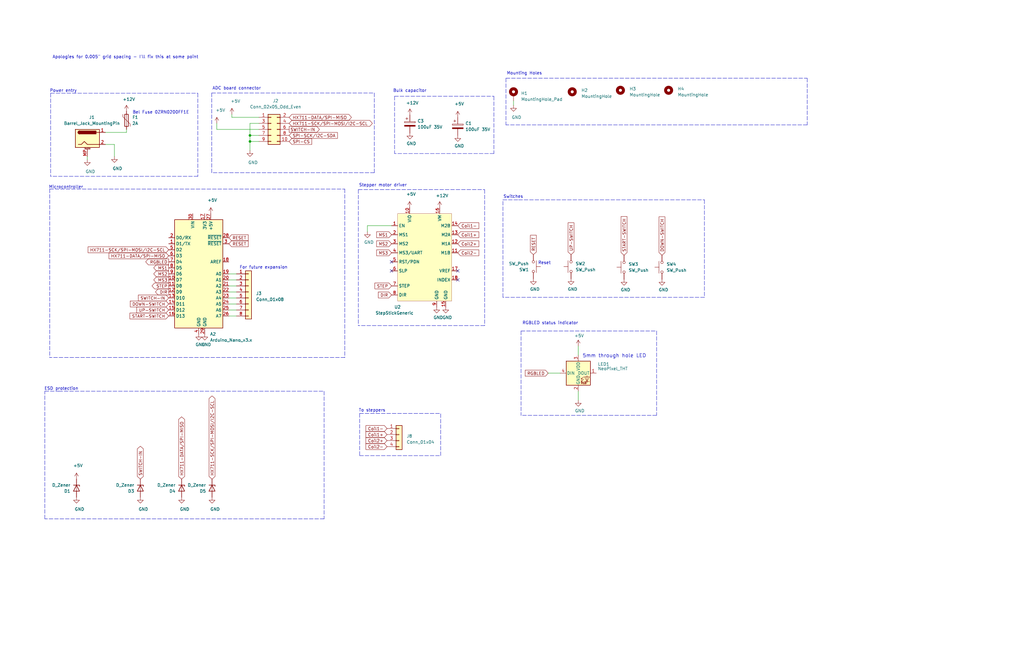
<source format=kicad_sch>
(kicad_sch (version 20231120) (generator "eeschema") (generator_version "8.0")
  (paper "B")
  (lib_symbols
    (symbol "Connector:Barrel_Jack_MountingPin" (pin_names hide)
      (property "Reference" "J" (at 0 5.334 0))
      (property "Value" "Barrel_Jack_MountingPin" (at 1.27 -6.35 0))
      (symbol "Barrel_Jack_MountingPin_0_1"
        (rectangle (start -5.08 3.81) (end 5.08 -3.81) (stroke (width 0.254)) (fill (type background)))
        (arc (start -3.302 3.175) (mid -3.9342 2.54) (end -3.302 1.905) (stroke (width 0.254)))
        (arc (start -3.302 3.175) (mid -3.9342 2.54) (end -3.302 1.905) (stroke (width 0.254)) (fill (type outline)))
        (polyline (pts (xy 5.08 2.54) (xy 3.81 2.54)) (stroke (width 0.254)))
        (polyline (pts (xy -3.81 -2.54) (xy -2.54 -2.54) (xy -1.27 -1.27) (xy 0 -2.54) (xy 2.54 -2.54) (xy 5.08 -2.54)) (stroke (width 0.254)))
        (rectangle (start 3.683 3.175) (end -3.302 1.905) (stroke (width 0.254)) (fill (type outline)))
      )
      (symbol "Barrel_Jack_MountingPin_1_1"
        (polyline (pts (xy -1.016 -4.572) (xy 1.016 -4.572)) (stroke (width 0.1524)))
        (text "Mounting" (at 0 -4.191 0) (effects (font (size 0.381 0.381))))
        (pin passive line (at 7.62 2.54 180) (length 2.54) (name "~") (number "1"))
        (pin passive line (at 7.62 -2.54 180) (length 2.54) (name "~") (number "2"))
        (pin passive line (at 0 -7.62 90) (length 3.048) (name "MountPin") (number "MP"))
      )
    )
    (symbol "Connector_Generic:Conn_01x04" (pin_names (offset 1.016) hide)
      (property "Reference" "J" (at 0 5.08 0))
      (property "Value" "Conn_01x04" (at 0 -7.62 0))
      (symbol "Conn_01x04_1_1"
        (rectangle (start -1.27 -4.953) (end 0 -5.207) (stroke (width 0.1524)))
        (rectangle (start -1.27 -2.413) (end 0 -2.667) (stroke (width 0.1524)))
        (rectangle (start -1.27 0.127) (end 0 -0.127) (stroke (width 0.1524)))
        (rectangle (start -1.27 2.667) (end 0 2.413) (stroke (width 0.1524)))
        (rectangle (start -1.27 3.81) (end 1.27 -6.35) (stroke (width 0.254)) (fill (type background)))
        (pin passive line (at -5.08 2.54 0) (length 3.81) (name "Pin_1") (number "1"))
        (pin passive line (at -5.08 0 0) (length 3.81) (name "Pin_2") (number "2"))
        (pin passive line (at -5.08 -2.54 0) (length 3.81) (name "Pin_3") (number "3"))
        (pin passive line (at -5.08 -5.08 0) (length 3.81) (name "Pin_4") (number "4"))
      )
    )
    (symbol "Connector_Generic:Conn_01x08" (pin_names (offset 1.016) hide)
      (property "Reference" "J" (at 0 10.16 0))
      (property "Value" "Conn_01x08" (at 0 -12.7 0))
      (symbol "Conn_01x08_1_1"
        (rectangle (start -1.27 -10.033) (end 0 -10.287) (stroke (width 0.1524)))
        (rectangle (start -1.27 -7.493) (end 0 -7.747) (stroke (width 0.1524)))
        (rectangle (start -1.27 -4.953) (end 0 -5.207) (stroke (width 0.1524)))
        (rectangle (start -1.27 -2.413) (end 0 -2.667) (stroke (width 0.1524)))
        (rectangle (start -1.27 0.127) (end 0 -0.127) (stroke (width 0.1524)))
        (rectangle (start -1.27 2.667) (end 0 2.413) (stroke (width 0.1524)))
        (rectangle (start -1.27 5.207) (end 0 4.953) (stroke (width 0.1524)))
        (rectangle (start -1.27 7.747) (end 0 7.493) (stroke (width 0.1524)))
        (rectangle (start -1.27 8.89) (end 1.27 -11.43) (stroke (width 0.254)) (fill (type background)))
        (pin passive line (at -5.08 7.62 0) (length 3.81) (name "Pin_1") (number "1"))
        (pin passive line (at -5.08 5.08 0) (length 3.81) (name "Pin_2") (number "2"))
        (pin passive line (at -5.08 2.54 0) (length 3.81) (name "Pin_3") (number "3"))
        (pin passive line (at -5.08 0 0) (length 3.81) (name "Pin_4") (number "4"))
        (pin passive line (at -5.08 -2.54 0) (length 3.81) (name "Pin_5") (number "5"))
        (pin passive line (at -5.08 -5.08 0) (length 3.81) (name "Pin_6") (number "6"))
        (pin passive line (at -5.08 -7.62 0) (length 3.81) (name "Pin_7") (number "7"))
        (pin passive line (at -5.08 -10.16 0) (length 3.81) (name "Pin_8") (number "8"))
      )
    )
    (symbol "Connector_Generic:Conn_02x05_Odd_Even" (pin_names (offset 1.016) hide)
      (property "Reference" "J" (at 1.27 7.62 0))
      (property "Value" "Conn_02x05_Odd_Even" (at 1.27 -7.62 0))
      (symbol "Conn_02x05_Odd_Even_1_1"
        (rectangle (start -1.27 -4.953) (end 0 -5.207) (stroke (width 0.1524)))
        (rectangle (start -1.27 -2.413) (end 0 -2.667) (stroke (width 0.1524)))
        (rectangle (start -1.27 0.127) (end 0 -0.127) (stroke (width 0.1524)))
        (rectangle (start -1.27 2.667) (end 0 2.413) (stroke (width 0.1524)))
        (rectangle (start -1.27 5.207) (end 0 4.953) (stroke (width 0.1524)))
        (rectangle (start -1.27 6.35) (end 3.81 -6.35) (stroke (width 0.254)) (fill (type background)))
        (rectangle (start 3.81 -4.953) (end 2.54 -5.207) (stroke (width 0.1524)))
        (rectangle (start 3.81 -2.413) (end 2.54 -2.667) (stroke (width 0.1524)))
        (rectangle (start 3.81 0.127) (end 2.54 -0.127) (stroke (width 0.1524)))
        (rectangle (start 3.81 2.667) (end 2.54 2.413) (stroke (width 0.1524)))
        (rectangle (start 3.81 5.207) (end 2.54 4.953) (stroke (width 0.1524)))
        (pin passive line (at -5.08 5.08 0) (length 3.81) (name "Pin_1") (number "1"))
        (pin passive line (at 7.62 -5.08 180) (length 3.81) (name "Pin_10") (number "10"))
        (pin passive line (at 7.62 5.08 180) (length 3.81) (name "Pin_2") (number "2"))
        (pin passive line (at -5.08 2.54 0) (length 3.81) (name "Pin_3") (number "3"))
        (pin passive line (at 7.62 2.54 180) (length 3.81) (name "Pin_4") (number "4"))
        (pin passive line (at -5.08 0 0) (length 3.81) (name "Pin_5") (number "5"))
        (pin passive line (at 7.62 0 180) (length 3.81) (name "Pin_6") (number "6"))
        (pin passive line (at -5.08 -2.54 0) (length 3.81) (name "Pin_7") (number "7"))
        (pin passive line (at 7.62 -2.54 180) (length 3.81) (name "Pin_8") (number "8"))
        (pin passive line (at -5.08 -5.08 0) (length 3.81) (name "Pin_9") (number "9"))
      )
    )
    (symbol "Device:C_Polarized" (pin_numbers hide) (pin_names (offset 0.254))
      (property "Reference" "C" (at 0.635 2.54 0))
      (property "Value" "C_Polarized" (at 0.635 -2.54 0))
      (symbol "C_Polarized_0_1"
        (rectangle (start -2.286 0.508) (end 2.286 1.016))
        (polyline (pts (xy -1.778 2.286) (xy -0.762 2.286)))
        (polyline (pts (xy -1.27 2.794) (xy -1.27 1.778)))
        (rectangle (start 2.286 -0.508) (end -2.286 -1.016) (fill (type outline)))
      )
      (symbol "C_Polarized_1_1"
        (pin passive line (at 0 3.81 270) (length 2.794) (name "~") (number "1"))
        (pin passive line (at 0 -3.81 90) (length 2.794) (name "~") (number "2"))
      )
    )
    (symbol "Device:D_Zener" (pin_numbers hide) (pin_names (offset 1.016) hide)
      (property "Reference" "D" (at 0 2.54 0))
      (property "Value" "D_Zener" (at 0 -2.54 0))
      (symbol "D_Zener_0_1"
        (polyline (pts (xy 1.27 0) (xy -1.27 0)))
        (polyline (pts (xy -1.27 -1.27) (xy -1.27 1.27) (xy -0.762 1.27)) (stroke (width 0.254)))
        (polyline (pts (xy 1.27 -1.27) (xy 1.27 1.27) (xy -1.27 0) (xy 1.27 -1.27)) (stroke (width 0.254)))
      )
      (symbol "D_Zener_1_1"
        (pin passive line (at -3.81 0 0) (length 2.54) (name "K") (number "1"))
        (pin passive line (at 3.81 0 180) (length 2.54) (name "A") (number "2"))
      )
    )
    (symbol "Device:Polyfuse" (pin_numbers hide) (pin_names (offset 0))
      (property "Reference" "F" (at -2.54 0 90))
      (property "Value" "Polyfuse" (at 2.54 0 90))
      (symbol "Polyfuse_0_1"
        (rectangle (start -0.762 2.54) (end 0.762 -2.54) (stroke (width 0.254)))
        (polyline (pts (xy 0 2.54) (xy 0 -2.54)))
        (polyline (pts (xy -1.524 2.54) (xy -1.524 1.524) (xy 1.524 -1.524) (xy 1.524 -2.54)))
      )
      (symbol "Polyfuse_1_1"
        (pin passive line (at 0 3.81 270) (length 1.27) (name "~") (number "1"))
        (pin passive line (at 0 -3.81 90) (length 1.27) (name "~") (number "2"))
      )
    )
    (symbol "LED:NeoPixel_THT" (pin_names (offset 0.254))
      (property "Reference" "D" (at 5.08 5.715 0))
      (property "Value" "NeoPixel_THT" (at 1.27 -5.715 0))
      (symbol "NeoPixel_THT_0_0"
        (text "RGB" (at 2.286 -4.191 0) (effects (font (size 0.762 0.762))))
      )
      (symbol "NeoPixel_THT_0_1"
        (polyline (pts (xy 1.27 -3.556) (xy 1.778 -3.556)))
        (polyline (pts (xy 1.27 -2.54) (xy 1.778 -2.54)))
        (polyline (pts (xy 4.699 -3.556) (xy 2.667 -3.556)))
        (polyline (pts (xy 2.286 -2.54) (xy 1.27 -3.556) (xy 1.27 -3.048)))
        (polyline (pts (xy 2.286 -1.524) (xy 1.27 -2.54) (xy 1.27 -2.032)))
        (polyline (pts (xy 3.683 -1.016) (xy 3.683 -3.556) (xy 3.683 -4.064)))
        (polyline (pts (xy 4.699 -1.524) (xy 2.667 -1.524) (xy 3.683 -3.556) (xy 4.699 -1.524)))
        (rectangle (start 5.08 5.08) (end -5.08 -5.08) (stroke (width 0.254)) (fill (type background)))
      )
      (symbol "NeoPixel_THT_1_1"
        (pin output line (at 7.62 0 180) (length 2.54) (name "DOUT") (number "1"))
        (pin power_in line (at 0 -7.62 90) (length 2.54) (name "GND") (number "2"))
        (pin power_in line (at 0 7.62 270) (length 2.54) (name "VDD") (number "3"))
        (pin input line (at -7.62 0 0) (length 2.54) (name "DIN") (number "4"))
      )
    )
    (symbol "MCU_Module:Arduino_Nano_v3.x"
      (property "Reference" "A" (at -10.16 23.495 0))
      (property "Value" "Arduino_Nano_v3.x" (at 5.08 -24.13 0))
      (symbol "Arduino_Nano_v3.x_0_1"
        (rectangle (start -10.16 22.86) (end 10.16 -22.86) (stroke (width 0.254)) (fill (type background)))
      )
      (symbol "Arduino_Nano_v3.x_1_1"
        (pin bidirectional line (at -12.7 12.7 0) (length 2.54) (name "D1/TX") (number "1"))
        (pin bidirectional line (at -12.7 -2.54 0) (length 2.54) (name "D7") (number "10"))
        (pin bidirectional line (at -12.7 -5.08 0) (length 2.54) (name "D8") (number "11"))
        (pin bidirectional line (at -12.7 -7.62 0) (length 2.54) (name "D9") (number "12"))
        (pin bidirectional line (at -12.7 -10.16 0) (length 2.54) (name "D10") (number "13"))
        (pin bidirectional line (at -12.7 -12.7 0) (length 2.54) (name "D11") (number "14"))
        (pin bidirectional line (at -12.7 -15.24 0) (length 2.54) (name "D12") (number "15"))
        (pin bidirectional line (at -12.7 -17.78 0) (length 2.54) (name "D13") (number "16"))
        (pin power_out line (at 2.54 25.4 270) (length 2.54) (name "3V3") (number "17"))
        (pin input line (at 12.7 5.08 180) (length 2.54) (name "AREF") (number "18"))
        (pin bidirectional line (at 12.7 0 180) (length 2.54) (name "A0") (number "19"))
        (pin bidirectional line (at -12.7 15.24 0) (length 2.54) (name "D0/RX") (number "2"))
        (pin bidirectional line (at 12.7 -2.54 180) (length 2.54) (name "A1") (number "20"))
        (pin bidirectional line (at 12.7 -5.08 180) (length 2.54) (name "A2") (number "21"))
        (pin bidirectional line (at 12.7 -7.62 180) (length 2.54) (name "A3") (number "22"))
        (pin bidirectional line (at 12.7 -10.16 180) (length 2.54) (name "A4") (number "23"))
        (pin bidirectional line (at 12.7 -12.7 180) (length 2.54) (name "A5") (number "24"))
        (pin bidirectional line (at 12.7 -15.24 180) (length 2.54) (name "A6") (number "25"))
        (pin bidirectional line (at 12.7 -17.78 180) (length 2.54) (name "A7") (number "26"))
        (pin power_out line (at 5.08 25.4 270) (length 2.54) (name "+5V") (number "27"))
        (pin input line (at 12.7 15.24 180) (length 2.54) (name "~{RESET}") (number "28"))
        (pin power_in line (at 2.54 -25.4 90) (length 2.54) (name "GND") (number "29"))
        (pin input line (at 12.7 12.7 180) (length 2.54) (name "~{RESET}") (number "3"))
        (pin power_in line (at -2.54 25.4 270) (length 2.54) (name "VIN") (number "30"))
        (pin power_in line (at 0 -25.4 90) (length 2.54) (name "GND") (number "4"))
        (pin bidirectional line (at -12.7 10.16 0) (length 2.54) (name "D2") (number "5"))
        (pin bidirectional line (at -12.7 7.62 0) (length 2.54) (name "D3") (number "6"))
        (pin bidirectional line (at -12.7 5.08 0) (length 2.54) (name "D4") (number "7"))
        (pin bidirectional line (at -12.7 2.54 0) (length 2.54) (name "D5") (number "8"))
        (pin bidirectional line (at -12.7 0 0) (length 2.54) (name "D6") (number "9"))
      )
    )
    (symbol "Mechanical:MountingHole" (pin_names (offset 1.016))
      (property "Reference" "H" (at 0 5.08 0))
      (property "Value" "MountingHole" (at 0 3.175 0))
      (symbol "MountingHole_0_1"
        (circle (center 0 0) (radius 1.27) (stroke (width 1.27)))
      )
    )
    (symbol "Mechanical:MountingHole_Pad" (pin_numbers hide) (pin_names (offset 1.016) hide)
      (property "Reference" "H" (at 0 6.35 0))
      (property "Value" "MountingHole_Pad" (at 0 4.445 0))
      (symbol "MountingHole_Pad_0_1"
        (circle (center 0 1.27) (radius 1.27) (stroke (width 1.27)))
      )
      (symbol "MountingHole_Pad_1_1"
        (pin input line (at 0 -2.54 90) (length 2.54) (name "1") (number "1"))
      )
    )
    (symbol "StepStick:StepStickGeneric"
      (property "Reference" "U" (at -10.16 -26.67 0))
      (property "Value" "StepStickGeneric" (at -8.89 -29.21 0))
      (symbol "StepStickGeneric_0_1"
        (rectangle (start -11.43 13.97) (end 11.43 -22.86) (stroke (width 0.001)) (fill (type background)))
      )
      (symbol "StepStickGeneric_1_1"
        (pin input line (at -13.97 8.89 0) (length 2.54) (name "EN") (number "1"))
        (pin power_in line (at -6.35 16.51 270) (length 2.54) (name "VIO") (number "10"))
        (pin output line (at 13.97 -2.54 180) (length 2.54) (name "M1B") (number "11"))
        (pin output line (at 13.97 1.27 180) (length 2.54) (name "M1A") (number "12"))
        (pin output line (at 13.97 5.08 180) (length 2.54) (name "M2A") (number "13"))
        (pin output line (at 13.97 8.89 180) (length 2.54) (name "M2B") (number "14"))
        (pin power_in line (at 8.89 -25.4 90) (length 2.54) (name "GND") (number "15"))
        (pin power_in line (at 6.35 16.51 270) (length 2.54) (name "VM") (number "16"))
        (pin output line (at 13.97 -10.16 180) (length 2.54) (name "VREF") (number "17"))
        (pin output line (at 13.97 -13.97 180) (length 2.54) (name "INDEX") (number "18"))
        (pin input line (at -13.97 5.08 0) (length 2.54) (name "MS1") (number "2"))
        (pin input line (at -13.97 1.27 0) (length 2.54) (name "MS2") (number "3"))
        (pin input line (at -13.97 -2.54 0) (length 2.54) (name "MS3/UART") (number "4"))
        (pin input line (at -13.97 -6.35 0) (length 2.54) (name "RST/PDN") (number "5"))
        (pin input line (at -13.97 -10.16 0) (length 2.54) (name "SLP") (number "6"))
        (pin input line (at -13.97 -16.51 0) (length 2.54) (name "STEP") (number "7"))
        (pin input line (at -13.97 -20.32 0) (length 2.54) (name "DIR") (number "8"))
        (pin power_in line (at 5.08 -25.4 90) (length 2.54) (name "GND") (number "9"))
      )
    )
    (symbol "Switch:SW_Push" (pin_numbers hide) (pin_names (offset 1.016) hide)
      (property "Reference" "SW" (at 1.27 2.54 0))
      (property "Value" "SW_Push" (at 0 -1.524 0))
      (symbol "SW_Push_0_1"
        (circle (center -2.032 0) (radius 0.508))
        (polyline (pts (xy 0 1.27) (xy 0 3.048)))
        (polyline (pts (xy 2.54 1.27) (xy -2.54 1.27)))
        (circle (center 2.032 0) (radius 0.508))
        (pin passive line (at -5.08 0 0) (length 2.54) (name "1") (number "1"))
        (pin passive line (at 5.08 0 180) (length 2.54) (name "2") (number "2"))
      )
    )
    (symbol "power:+12V" (power) (pin_names (offset 0))
      (property "Value" "+12V" (at 0 3.556 0))
      (symbol "+12V_0_1"
        (polyline (pts (xy -0.762 1.27) (xy 0 2.54)))
        (polyline (pts (xy 0 0) (xy 0 2.54)))
        (polyline (pts (xy 0 2.54) (xy 0.762 1.27)))
      )
      (symbol "+12V_1_1"
        (pin power_in line (at 0 0 90) (length 0) hide (name "+12V") (number "1"))
      )
    )
    (symbol "power:+5V" (power) (pin_names (offset 0))
      (property "Value" "+5V" (at 0 3.556 0))
      (symbol "+5V_0_1"
        (polyline (pts (xy -0.762 1.27) (xy 0 2.54)))
        (polyline (pts (xy 0 0) (xy 0 2.54)))
        (polyline (pts (xy 0 2.54) (xy 0.762 1.27)))
      )
      (symbol "+5V_1_1"
        (pin power_in line (at 0 0 90) (length 0) hide (name "+5V") (number "1"))
      )
    )
    (symbol "power:GND" (power) (pin_names (offset 0))
      (property "Value" "GND" (at 0 -3.81 0))
      (symbol "GND_0_1"
        (polyline (pts (xy 0 0) (xy 0 -1.27) (xy 1.27 -1.27) (xy 0 -2.54) (xy -1.27 -1.27) (xy 0 -1.27)))
      )
      (symbol "GND_1_1"
        (pin power_in line (at 0 0 270) (length 0) hide (name "GND") (number "1"))
      )
    )
  )
  (junction (at 105.41 59.69))
  (junction (at 105.41 57.15))
  (no_connect (at 165.1 114.3))
  (no_connect (at 165.1 110.49))
  (no_connect (at 193.04 114.3))
  (no_connect (at 193.04 118.11))
  (wire (pts (xy 96.52 123.19) (xy 99.695 123.19)))
  (polyline (pts (xy 18.923 218.948) (xy 18.923 165.1)) (stroke (width 0) (type dash)))
  (polyline (pts (xy 219.71 139.7) (xy 276.86 139.7)) (stroke (width 0) (type dash)))
  (wire (pts (xy 44.45 60.96) (xy 48.26 60.96)))
  (polyline (pts (xy 157.861 72.898) (xy 89.281 72.898)) (stroke (width 0) (type dash)))
  (polyline (pts (xy 204.343 137.414) (xy 151.13 137.414)) (stroke (width 0) (type dash)))
  (wire (pts (xy 154.94 95.25) (xy 154.94 97.79)))
  (wire (pts (xy 165.1 95.25) (xy 154.94 95.25)))
  (polyline (pts (xy 219.71 139.7) (xy 219.71 175.26)) (stroke (width 0) (type dash)))
  (polyline (pts (xy 213.36 33.02) (xy 213.36 52.705)) (stroke (width 0) (type dash)))
  (polyline (pts (xy 213.36 33.02) (xy 340.36 33.02)) (stroke (width 0) (type dash)))
  (polyline (pts (xy 340.36 33.02) (xy 340.36 52.705)) (stroke (width 0) (type dash)))
  (polyline (pts (xy 340.36 52.705) (xy 213.36 52.705)) (stroke (width 0) (type dash)))
  (polyline (pts (xy 218.694 84.328) (xy 297.053 84.328)) (stroke (width 0) (type dash)))
  (polyline (pts (xy 21.336 39.37) (xy 83.439 39.37)) (stroke (width 0) (type dash)))
  (wire (pts (xy 105.41 59.69) (xy 109.22 59.69)))
  (wire (pts (xy 96.52 115.57) (xy 99.695 115.57)))
  (wire (pts (xy 243.84 165.1) (xy 243.84 168.91)))
  (wire (pts (xy 105.41 57.15) (xy 105.41 59.69)))
  (wire (pts (xy 243.84 146.05) (xy 243.84 149.86)))
  (wire (pts (xy 97.79 49.53) (xy 97.79 48.26)))
  (polyline (pts (xy 24.765 165.1) (xy 136.652 165.1)) (stroke (width 0) (type dash)))
  (wire (pts (xy 44.45 55.88) (xy 53.34 55.88)))
  (wire (pts (xy 109.22 54.61) (xy 91.44 54.61)))
  (polyline (pts (xy 204.343 80.01) (xy 204.343 137.414)) (stroke (width 0) (type dash)))
  (polyline (pts (xy 297.053 84.328) (xy 297.053 125.476)) (stroke (width 0) (type dash)))
  (wire (pts (xy 53.34 55.88) (xy 53.34 54.61)))
  (wire (pts (xy 96.52 133.35) (xy 99.695 133.35)))
  (polyline (pts (xy 136.652 218.948) (xy 18.923 218.948)) (stroke (width 0) (type dash)))
  (polyline (pts (xy 297.053 125.476) (xy 212.09 125.476)) (stroke (width 0) (type dash)))
  (polyline (pts (xy 21.336 39.37) (xy 21.336 74.422)) (stroke (width 0) (type dash)))
  (wire (pts (xy 91.44 54.61) (xy 91.44 52.07)))
  (wire (pts (xy 109.22 52.07) (xy 105.41 52.07)))
  (polyline (pts (xy 89.281 39.243) (xy 89.281 72.898)) (stroke (width 0) (type dash)))
  (wire (pts (xy 216.535 42.545) (xy 216.535 44.45)))
  (polyline (pts (xy 83.439 74.422) (xy 21.336 74.422)) (stroke (width 0) (type dash)))
  (polyline (pts (xy 145.415 79.756) (xy 145.415 150.876)) (stroke (width 0) (type dash)))
  (wire (pts (xy 105.41 52.07) (xy 105.41 57.15)))
  (wire (pts (xy 96.52 120.65) (xy 99.695 120.65)))
  (wire (pts (xy 105.41 57.15) (xy 109.22 57.15)))
  (polyline (pts (xy 276.86 139.7) (xy 276.86 175.26)) (stroke (width 0) (type dash)))
  (polyline (pts (xy 208.28 40.64) (xy 208.28 64.77)) (stroke (width 0) (type dash)))
  (polyline (pts (xy 166.37 40.64) (xy 208.28 40.64)) (stroke (width 0) (type dash)))
  (polyline (pts (xy 151.638 174.498) (xy 151.638 192.278)) (stroke (width 0) (type dash)))
  (polyline (pts (xy 89.281 39.243) (xy 157.861 39.243)) (stroke (width 0) (type dash)))
  (wire (pts (xy 96.52 130.81) (xy 99.695 130.81)))
  (wire (pts (xy 96.52 125.73) (xy 99.695 125.73)))
  (wire (pts (xy 96.52 118.11) (xy 99.695 118.11)))
  (polyline (pts (xy 145.415 150.876) (xy 20.955 150.876)) (stroke (width 0) (type dash)))
  (polyline (pts (xy 212.09 125.476) (xy 212.09 84.328)) (stroke (width 0) (type dash)))
  (wire (pts (xy 48.26 60.96) (xy 48.26 66.04)))
  (wire (pts (xy 231.14 157.48) (xy 236.22 157.48)))
  (polyline (pts (xy 208.28 64.77) (xy 166.37 64.77)) (stroke (width 0) (type dash)))
  (polyline (pts (xy 185.801 192.278) (xy 185.801 174.498)) (stroke (width 0) (type dash)))
  (polyline (pts (xy 151.13 80.01) (xy 151.13 137.414)) (stroke (width 0) (type dash)))
  (wire (pts (xy 96.52 128.27) (xy 99.695 128.27)))
  (wire (pts (xy 105.41 59.69) (xy 105.41 63.5)))
  (polyline (pts (xy 136.652 165.1) (xy 136.652 218.948)) (stroke (width 0) (type dash)))
  (polyline (pts (xy 166.37 40.64) (xy 166.37 64.77)) (stroke (width 0) (type dash)))
  (wire (pts (xy 36.83 66.04) (xy 36.83 67.31)))
  (polyline (pts (xy 18.923 165.1) (xy 24.765 165.1)) (stroke (width 0) (type dash)))
  (wire (pts (xy 109.22 49.53) (xy 97.79 49.53)))
  (polyline (pts (xy 151.13 80.01) (xy 204.343 80.01)) (stroke (width 0) (type dash)))
  (polyline (pts (xy 276.86 175.26) (xy 219.71 175.26)) (stroke (width 0) (type dash)))
  (polyline (pts (xy 20.955 79.756) (xy 20.955 150.876)) (stroke (width 0) (type dash)))
  (polyline (pts (xy 212.09 84.328) (xy 218.694 84.328)) (stroke (width 0) (type dash)))
  (polyline (pts (xy 20.955 79.756) (xy 145.415 79.756)) (stroke (width 0) (type dash)))
  (polyline (pts (xy 151.638 192.278) (xy 185.801 192.278)) (stroke (width 0) (type dash)))
  (polyline (pts (xy 151.638 174.498) (xy 185.801 174.498)) (stroke (width 0) (type dash)))
  (polyline (pts (xy 157.861 39.243) (xy 157.861 72.898)) (stroke (width 0) (type dash)))
  (polyline (pts (xy 83.439 39.37) (xy 83.439 74.422)) (stroke (width 0) (type dash)))
  (text "Stepper motor driver" (at 171.577 78.994 0) (effects (font (size 1.27 1.27)) (justify right bottom)))
  (text "Bulk capacitor" (at 165.735 39.116 0) (effects (font (size 1.27 1.27)) (justify left bottom)))
  (text "Switches" (at 212.217 83.82 0) (effects (font (size 1.27 1.27)) (justify left bottom)))
  (text "Bel Fuse 0ZRN0200FF1E‎" (at 55.88 48.26 0) (effects (font (size 1.27 1.27)) (justify left bottom)))
  (text "Reset" (at 232.283 111.76 0) (effects (font (size 1.27 1.27)) (justify right bottom)))
  (text "ESD protection" (at 18.669 164.846 0) (effects (font (size 1.27 1.27)) (justify left bottom)))
  (text "For future expansion" (at 121.285 113.665 0) (effects (font (size 1.27 1.27)) (justify right bottom)))
  (text "Mounting Holes" (at 228.6 31.75 0) (effects (font (size 1.27 1.27)) (justify right bottom)))
  (text "Apologies for 0.005\" grid spacing - I'll fix this at some point" (at 22.098 24.892 0) (effects (font (size 1.27 1.27)) (justify left bottom)))
  (text "RGBLED status indicator" (at 220.218 137.16 0) (effects (font (size 1.27 1.27)) (justify left bottom)))
  (text "To steppers" (at 162.56 173.99 0) (effects (font (size 1.27 1.27)) (justify right bottom)))
  (text "5mm through hole LED " (at 273.685 151.13 0) (effects (font (size 1.524 1.524)) (justify right bottom)))
  (text "Microcontroller" (at 20.574 79.756 0) (effects (font (size 1.27 1.27)) (justify left bottom)))
  (text "ADC board connector" (at 89.535 38.1 0) (effects (font (size 1.27 1.27)) (justify left bottom)))
  (text "Power entry" (at 20.955 39.116 0) (effects (font (size 1.27 1.27)) (justify left bottom)))
  (global_label "HX711-SCK{slash}SPI-MOSI{slash}I2C-SCL" (shape bidirectional) (at 121.92 52.07 0) (property "Intersheetrefs" "${INTERSHEET_REFS}" (effects (hide yes))))
  (global_label "RESET" (shape input) (at 96.52 102.87 0) (property "Intersheetrefs" "${INTERSHEET_REFS}" (effects (hide yes))))
  (global_label "DOWN-SWITCH" (shape input) (at 71.12 128.27 180) (property "Intersheetrefs" "${INTERSHEET_REFS}" (effects (hide yes))))
  (global_label "Coil1-" (shape input) (at 163.195 180.848 180) (property "Intersheetrefs" "${INTERSHEET_REFS}" (effects (hide yes))))
  (global_label "Coil2-" (shape input) (at 193.04 106.68 0) (property "Intersheetrefs" "${INTERSHEET_REFS}" (effects (hide yes))))
  (global_label "STEP" (shape output) (at 71.12 120.65 180) (property "Intersheetrefs" "${INTERSHEET_REFS}" (effects (hide yes))))
  (global_label "Coil1-" (shape input) (at 193.04 95.25 0) (property "Intersheetrefs" "${INTERSHEET_REFS}" (effects (hide yes))))
  (global_label "DIR" (shape input) (at 165.1 124.46 180) (property "Intersheetrefs" "${INTERSHEET_REFS}" (effects (hide yes))))
  (global_label "MS2" (shape output) (at 71.12 115.57 180) (property "Intersheetrefs" "${INTERSHEET_REFS}" (effects (hide yes))))
  (global_label "RGBLED" (shape input) (at 231.14 157.48 180) (property "Intersheetrefs" "${INTERSHEET_REFS}" (effects (hide yes))))
  (global_label "START-SWITCH" (shape input) (at 263.144 107.696 90) (property "Intersheetrefs" "${INTERSHEET_REFS}" (effects (hide yes))))
  (global_label "SWITCH-IN" (shape bidirectional) (at 59.182 202.184 90) (property "Intersheetrefs" "${INTERSHEET_REFS}" (effects (hide yes))))
  (global_label "RGBLED" (shape output) (at 71.12 110.49 180) (property "Intersheetrefs" "${INTERSHEET_REFS}" (effects (hide yes))))
  (global_label "UP-SWITCH" (shape input) (at 71.12 130.81 180) (property "Intersheetrefs" "${INTERSHEET_REFS}" (effects (hide yes))))
  (global_label "Coil1+" (shape input) (at 193.04 99.06 0) (property "Intersheetrefs" "${INTERSHEET_REFS}" (effects (hide yes))))
  (global_label "MS3" (shape input) (at 165.1 106.68 180) (property "Intersheetrefs" "${INTERSHEET_REFS}" (effects (hide yes))))
  (global_label "SWITCH-IN" (shape output) (at 121.92 54.61 0) (property "Intersheetrefs" "${INTERSHEET_REFS}" (effects (hide yes))))
  (global_label "RESET" (shape input) (at 224.917 107.442 90) (property "Intersheetrefs" "${INTERSHEET_REFS}" (effects (hide yes))))
  (global_label "MS1" (shape input) (at 165.1 99.06 180) (property "Intersheetrefs" "${INTERSHEET_REFS}" (effects (hide yes))))
  (global_label "START-SWITCH" (shape input) (at 71.12 133.35 180) (property "Intersheetrefs" "${INTERSHEET_REFS}" (effects (hide yes))))
  (global_label "Coil2+" (shape input) (at 193.04 102.87 0) (property "Intersheetrefs" "${INTERSHEET_REFS}" (effects (hide yes))))
  (global_label "HX711-SCK{slash}SPI-MOSI{slash}I2C-SCL" (shape input) (at 71.12 105.41 180) (property "Intersheetrefs" "${INTERSHEET_REFS}" (effects (hide yes))))
  (global_label "STEP" (shape input) (at 165.1 120.65 180) (property "Intersheetrefs" "${INTERSHEET_REFS}" (effects (hide yes))))
  (global_label "HX711-SCK{slash}SPI-MOSI{slash}I2C-SCL" (shape bidirectional) (at 89.408 202.184 90) (property "Intersheetrefs" "${INTERSHEET_REFS}" (effects (hide yes))))
  (global_label "Coil2+" (shape input) (at 163.195 185.928 180) (property "Intersheetrefs" "${INTERSHEET_REFS}" (effects (hide yes))))
  (global_label "MS3" (shape output) (at 71.12 118.11 180) (property "Intersheetrefs" "${INTERSHEET_REFS}" (effects (hide yes))))
  (global_label "UP-SWITCH" (shape input) (at 240.792 107.442 90) (property "Intersheetrefs" "${INTERSHEET_REFS}" (effects (hide yes))))
  (global_label "Coil2-" (shape input) (at 163.195 188.468 180) (property "Intersheetrefs" "${INTERSHEET_REFS}" (effects (hide yes))))
  (global_label "MS1" (shape output) (at 71.12 113.03 180) (property "Intersheetrefs" "${INTERSHEET_REFS}" (effects (hide yes))))
  (global_label "Coil1+" (shape input) (at 163.195 183.388 180) (property "Intersheetrefs" "${INTERSHEET_REFS}" (effects (hide yes))))
  (global_label "DOWN-SWITCH" (shape input) (at 279.146 107.696 90) (property "Intersheetrefs" "${INTERSHEET_REFS}" (effects (hide yes))))
  (global_label "SWITCH-IN" (shape input) (at 71.12 125.73 180) (property "Intersheetrefs" "${INTERSHEET_REFS}" (effects (hide yes))))
  (global_label "DIR" (shape output) (at 71.12 123.19 180) (property "Intersheetrefs" "${INTERSHEET_REFS}" (effects (hide yes))))
  (global_label "HX711-DATA{slash}SPI-MISO" (shape bidirectional) (at 76.581 202.184 90) (property "Intersheetrefs" "${INTERSHEET_REFS}" (effects (hide yes))))
  (global_label "MS2" (shape input) (at 165.1 102.87 180) (property "Intersheetrefs" "${INTERSHEET_REFS}" (effects (hide yes))))
  (global_label "SPI-SCK{slash}I2C-SDA" (shape input) (at 121.92 57.15 0) (property "Intersheetrefs" "${INTERSHEET_REFS}" (effects (hide yes))))
  (global_label "RESET" (shape input) (at 96.52 100.33 0) (property "Intersheetrefs" "${INTERSHEET_REFS}" (effects (hide yes))))
  (global_label "HX711-DATA{slash}SPI-MISO" (shape input) (at 71.12 107.95 180) (property "Intersheetrefs" "${INTERSHEET_REFS}" (effects (hide yes))))
  (global_label "SPI-CS" (shape input) (at 121.92 59.69 0) (property "Intersheetrefs" "${INTERSHEET_REFS}" (effects (hide yes))))
  (global_label "HX711-DATA{slash}SPI-MISO" (shape bidirectional) (at 121.92 49.53 0) (property "Intersheetrefs" "${INTERSHEET_REFS}" (effects (hide yes))))
  (symbol (lib_id "power:GND") (at 83.82 140.97 0) (unit 1)
    (property "Reference" "#PWR06" (effects (hide yes)))
    (property "Value" "GND" (at 84.455 145.415 0))
  )
  (symbol (lib_id "power:GND") (at 224.917 117.602 0) (unit 1)
    (property "Reference" "#PWR0108" (effects (hide yes)))
    (property "Value" "GND" (at 225.552 122.047 0))
  )
  (symbol (lib_id "Connector:Barrel_Jack_MountingPin") (at 36.83 58.42 0) (unit 1)
    (property "Reference" "J1" (at 38.735 49.53 0))
    (property "Value" "Barrel_Jack_MountingPin" (at 38.735 52.07 0))
    (property "Footprint" "Connector_BarrelJack:BarrelJack_Horizontal" (effects (hide yes)))
  )
  (symbol (lib_id "power:GND") (at 263.144 117.856 0) (unit 1)
    (property "Reference" "#PWR0110" (effects (hide yes)))
    (property "Value" "GND" (at 263.779 122.301 0))
  )
  (symbol (lib_id "power:GND") (at 48.26 66.04 0) (unit 1)
    (property "Reference" "#PWR0118" (effects (hide yes)))
    (property "Value" "GND" (at 49.53 71.12 0))
  )
  (symbol (lib_id "power:GND") (at 184.15 129.54 0) (unit 1)
    (property "Reference" "#PWR0106" (effects (hide yes)))
    (property "Value" "GND" (at 184.785 133.985 0))
  )
  (symbol (lib_id "Device:D_Zener") (at 59.182 205.994 270) (unit 1)
    (property "Reference" "D3" (at 56.642 207.2641 90) (effects (justify right)))
    (property "Value" "D_Zener" (at 56.642 204.7241 90) (effects (justify right)))
    (property "Footprint" "Diode_THT:D_DO-41_SOD81_P7.62mm_Horizontal" (effects (hide yes)))
  )
  (symbol (lib_id "power:GND") (at 172.847 56.134 0) (unit 1)
    (property "Reference" "#PWR0112" (effects (hide yes)))
    (property "Value" "GND" (at 173.482 60.579 0))
  )
  (symbol (lib_id "Device:C_Polarized") (at 172.847 52.324 0) (unit 1)
    (property "Reference" "C3" (at 176.022 51.054 0) (effects (justify left)))
    (property "Value" "100uF 35V" (at 176.022 53.594 0) (effects (justify left)))
    (property "Footprint" "Capacitor_THT:CP_Radial_D8.0mm_P3.50mm" (effects (hide yes)))
  )
  (symbol (lib_id "Switch:SW_Push") (at 263.144 112.776 90) (unit 1)
    (property "Reference" "SW3" (at 265.049 111.506 90) (effects (justify right)))
    (property "Value" "SW_Push" (at 265.049 114.046 90) (effects (justify right)))
    (property "Footprint" "Button_Switch_Keyboard:SW_Cherry_MX_1.00u_PCB" (effects (hide yes)))
  )
  (symbol (lib_id "power:+5V") (at 91.44 52.07 0) (unit 1)
    (property "Reference" "#PWR0104" (effects (hide yes)))
    (property "Value" "+5V" (at 92.964 46.482 0))
  )
  (symbol (lib_id "power:GND") (at 76.581 209.804 0) (unit 1)
    (property "Reference" "#PWR0125" (effects (hide yes)))
    (property "Value" "GND" (at 77.851 214.884 0))
  )
  (symbol (lib_id "StepStick:StepStickGeneric") (at 179.07 104.14 0) (unit 1)
    (property "Reference" "U2" (at 167.64 129.54 0))
    (property "Value" "StepStickGeneric" (at 166.37 132.08 0))
    (property "Footprint" "StepStick:StepStickGeneric" (effects (hide yes)))
  )
  (symbol (lib_id "power:+5V") (at 172.72 87.63 0) (unit 1)
    (property "Reference" "#PWR09" (effects (hide yes)))
    (property "Value" "+5V" (at 173.355 81.915 0))
  )
  (symbol (lib_id "Switch:SW_Push") (at 240.792 112.522 90) (unit 1)
    (property "Reference" "SW2" (at 242.697 111.252 90) (effects (justify right)))
    (property "Value" "SW_Push" (at 242.697 113.792 90) (effects (justify right)))
    (property "Footprint" "Button_Switch_Keyboard:SW_Cherry_MX_1.00u_PCB" (effects (hide yes)))
  )
  (symbol (lib_id "Device:D_Zener") (at 32.258 205.994 270) (unit 1)
    (property "Reference" "D1" (at 29.718 207.2641 90) (effects (justify right)))
    (property "Value" "D_Zener" (at 29.718 204.7241 90) (effects (justify right)))
    (property "Footprint" "Diode_THT:D_DO-41_SOD81_P7.62mm_Horizontal" (effects (hide yes)))
  )
  (symbol (lib_id "Mechanical:MountingHole") (at 261.62 38.1 0) (unit 1)
    (property "Reference" "H3" (at 265.43 37.465 0) (effects (justify left)))
    (property "Value" "MountingHole" (at 265.43 40.005 0) (effects (justify left)))
    (property "Footprint" "MountingHole:MountingHole_3.2mm_M3_ISO7380" (effects (hide yes)))
  )
  (symbol (lib_id "Mechanical:MountingHole_Pad") (at 216.535 40.005 0) (unit 1)
    (property "Reference" "H1" (at 219.71 39.37 0) (effects (justify left)))
    (property "Value" "MountingHole_Pad" (at 219.71 41.91 0) (effects (justify left)))
    (property "Footprint" "MountingHole:MountingHole_3.2mm_M3_ISO7380_Pad" (effects (hide yes)))
  )
  (symbol (lib_id "power:GND") (at 216.535 44.45 0) (unit 1)
    (property "Reference" "#PWR0133" (effects (hide yes)))
    (property "Value" "GND" (at 217.805 49.53 0))
  )
  (symbol (lib_id "Connector_Generic:Conn_02x05_Odd_Even") (at 114.3 54.61 0) (unit 1)
    (property "Reference" "J2" (at 116.205 42.545 0))
    (property "Value" "Conn_02x05_Odd_Even" (at 116.205 45.085 0))
    (property "Footprint" "Open-Switch-Tester-parts:2x05-P2.54mm-Shrouded-Keyed-Header" (effects (hide yes)))
  )
  (symbol (lib_id "power:+12V") (at 185.42 87.63 0) (unit 1)
    (property "Reference" "#PWR0107" (effects (hide yes)))
    (property "Value" "+12V" (at 186.436 82.55 0))
  )
  (symbol (lib_id "Switch:SW_Push") (at 224.917 112.522 270) (unit 1)
    (property "Reference" "SW1" (at 223.012 113.792 90) (effects (justify right)))
    (property "Value" "SW_Push" (at 223.012 111.252 90) (effects (justify right)))
    (property "Footprint" "Button_Switch_Keyboard:SW_Cherry_MX_1.00u_PCB" (effects (hide yes)))
  )
  (symbol (lib_id "power:+5V") (at 97.79 48.26 0) (unit 1)
    (property "Reference" "#PWR05" (effects (hide yes)))
    (property "Value" "+5V" (at 99.314 42.672 0))
  )
  (symbol (lib_id "power:GND") (at 36.83 67.31 0) (unit 1)
    (property "Reference" "#PWR0117" (effects (hide yes)))
    (property "Value" "GND" (at 38.1 72.39 0))
  )
  (symbol (lib_id "power:+12V") (at 172.847 48.514 0) (unit 1)
    (property "Reference" "#PWR0115" (effects (hide yes)))
    (property "Value" "+12V" (at 173.863 43.434 0))
  )
  (symbol (lib_id "power:GND") (at 240.792 117.602 0) (unit 1)
    (property "Reference" "#PWR0113" (effects (hide yes)))
    (property "Value" "GND" (at 241.427 122.047 0))
  )
  (symbol (lib_id "power:GND") (at 105.41 63.5 0) (unit 1)
    (property "Reference" "#PWR0102" (effects (hide yes)))
    (property "Value" "GND" (at 106.68 68.58 0))
  )
  (symbol (lib_id "power:+5V") (at 193.04 49.53 0) (unit 1)
    (property "Reference" "#PWR02" (effects (hide yes)))
    (property "Value" "+5V" (at 193.675 43.815 0))
  )
  (symbol (lib_id "Switch:SW_Push") (at 279.146 112.776 90) (unit 1)
    (property "Reference" "SW4" (at 281.051 111.506 90) (effects (justify right)))
    (property "Value" "SW_Push" (at 281.051 114.046 90) (effects (justify right)))
    (property "Footprint" "Button_Switch_Keyboard:SW_Cherry_MX_1.00u_PCB" (effects (hide yes)))
  )
  (symbol (lib_id "power:+5V") (at 32.258 202.184 0) (unit 1)
    (property "Reference" "#PWR0121" (effects (hide yes)))
    (property "Value" "+5V" (at 32.893 196.469 0))
  )
  (symbol (lib_id "Mechanical:MountingHole") (at 281.94 38.1 0) (unit 1)
    (property "Reference" "H4" (at 285.75 37.465 0) (effects (justify left)))
    (property "Value" "MountingHole" (at 285.75 40.005 0) (effects (justify left)))
    (property "Footprint" "MountingHole:MountingHole_3.2mm_M3_ISO7380" (effects (hide yes)))
  )
  (symbol (lib_id "power:GND") (at 154.94 97.79 0) (unit 1)
    (property "Reference" "#PWR0116" (effects (hide yes)))
    (property "Value" "GND" (at 155.575 102.235 0))
  )
  (symbol (lib_id "power:GND") (at 86.36 140.97 0) (unit 1)
    (property "Reference" "#PWR07" (effects (hide yes)))
    (property "Value" "GND" (at 86.995 145.415 0))
  )
  (symbol (lib_id "power:+12V") (at 53.34 46.99 0) (unit 1)
    (property "Reference" "#PWR0119" (effects (hide yes)))
    (property "Value" "+12V" (at 54.356 41.91 0))
  )
  (symbol (lib_id "power:+5V") (at 243.84 146.05 0) (unit 1)
    (property "Reference" "#PWR01" (effects (hide yes)))
    (property "Value" "+5V" (at 244.221 141.6558 0))
  )
  (symbol (lib_id "power:GND") (at 279.146 117.856 0) (unit 1)
    (property "Reference" "#PWR0114" (effects (hide yes)))
    (property "Value" "GND" (at 279.781 122.301 0))
  )
  (symbol (lib_id "Connector_Generic:Conn_01x04") (at 168.275 183.388 0) (unit 1)
    (property "Reference" "J8" (at 171.45 184.023 0) (effects (justify left)))
    (property "Value" "Conn_01x04" (at 171.45 186.563 0) (effects (justify left)))
    (property "Footprint" "TerminalBlock_Phoenix:TerminalBlock_Phoenix_MKDS-1,5-4_1x04_P5.00mm_Horizontal" (effects (hide yes)))
  )
  (symbol (lib_id "Device:D_Zener") (at 76.581 205.994 270) (unit 1)
    (property "Reference" "D4" (at 74.041 207.2641 90) (effects (justify right)))
    (property "Value" "D_Zener" (at 74.041 204.7241 90) (effects (justify right)))
    (property "Footprint" "Diode_THT:D_DO-41_SOD81_P7.62mm_Horizontal" (effects (hide yes)))
  )
  (symbol (lib_id "power:GND") (at 32.258 209.804 0) (unit 1)
    (property "Reference" "#PWR0120" (effects (hide yes)))
    (property "Value" "GND" (at 33.528 214.884 0))
  )
  (symbol (lib_id "power:GND") (at 89.408 209.804 0) (unit 1)
    (property "Reference" "#PWR0126" (effects (hide yes)))
    (property "Value" "GND" (at 90.678 214.884 0))
  )
  (symbol (lib_id "Device:Polyfuse") (at 53.34 50.8 0) (unit 1)
    (property "Reference" "F1" (at 55.753 49.5299 0) (effects (justify left)))
    (property "Value" "2A" (at 55.753 52.0699 0) (effects (justify left)))
    (property "Footprint" "Capacitor_THT:C_Disc_D10.5mm_W5.0mm_P5.00mm" (effects (hide yes)))
  )
  (symbol (lib_id "power:GND") (at 243.84 168.91 0) (unit 1)
    (property "Reference" "#PWR04" (effects (hide yes)))
    (property "Value" "GND" (at 244.475 173.355 0))
  )
  (symbol (lib_id "power:GND") (at 187.96 129.54 0) (unit 1)
    (property "Reference" "#PWR0111" (effects (hide yes)))
    (property "Value" "GND" (at 188.595 133.985 0))
  )
  (symbol (lib_id "Device:C_Polarized") (at 193.04 53.34 0) (unit 1)
    (property "Reference" "C1" (at 196.215 52.07 0) (effects (justify left)))
    (property "Value" "100uF 35V" (at 196.215 54.61 0) (effects (justify left)))
    (property "Footprint" "Capacitor_THT:CP_Radial_D8.0mm_P3.50mm" (effects (hide yes)))
  )
  (symbol (lib_id "Mechanical:MountingHole") (at 241.3 38.735 0) (unit 1)
    (property "Reference" "H2" (at 245.11 38.1 0) (effects (justify left)))
    (property "Value" "MountingHole" (at 245.11 40.64 0) (effects (justify left)))
    (property "Footprint" "MountingHole:MountingHole_3.2mm_M3_ISO7380" (effects (hide yes)))
  )
  (symbol (lib_id "Device:D_Zener") (at 89.408 205.994 270) (unit 1)
    (property "Reference" "D5" (at 86.868 207.2641 90) (effects (justify right)))
    (property "Value" "D_Zener" (at 86.868 204.7241 90) (effects (justify right)))
    (property "Footprint" "Diode_THT:D_DO-41_SOD81_P7.62mm_Horizontal" (effects (hide yes)))
  )
  (symbol (lib_id "MCU_Module:Arduino_Nano_v3.x") (at 83.82 115.57 0) (unit 1)
    (property "Reference" "A2" (at 88.5541 140.97 0) (effects (justify left)))
    (property "Value" "Arduino_Nano_v3.x" (at 88.5541 143.51 0) (effects (justify left)))
    (property "Footprint" "Module:Arduino_Nano" (effects (hide yes)))
    (property "Datasheet" "http://www.mouser.com/pdfdocs/Gravitech_Arduino_Nano3_0.pdf" (effects (hide yes)))
    (property "Description" "Arduino Nano v3.x" (effects (hide yes)))
  )
  (symbol (lib_id "power:GND") (at 193.04 57.15 0) (unit 1)
    (property "Reference" "#PWR03" (effects (hide yes)))
    (property "Value" "GND" (at 193.675 61.595 0))
  )
  (symbol (lib_id "power:+5V") (at 88.9 90.17 0) (unit 1)
    (property "Reference" "#PWR08" (effects (hide yes)))
    (property "Value" "+5V" (at 89.535 84.455 0))
  )
  (symbol (lib_id "power:GND") (at 59.182 209.804 0) (unit 1)
    (property "Reference" "#PWR0123" (effects (hide yes)))
    (property "Value" "GND" (at 60.452 214.884 0))
  )
  (symbol (lib_id "LED:NeoPixel_THT") (at 243.84 157.48 0) (unit 1)
    (property "Reference" "LED1" (at 252.095 153.67 0) (effects (justify left)))
    (property "Value" "NeoPixel_THT" (at 252.095 155.575 0) (effects (justify left)))
    (property "Footprint" "LED_THT:LED_D5.0mm-4_RGB" (effects (hide yes)))
    (property "Datasheet" "https://www.adafruit.com/product/1938" (effects (hide yes)))
  )
  (symbol (lib_id "Connector_Generic:Conn_01x08") (at 104.775 123.19 0) (unit 1)
    (property "Reference" "J3" (at 107.95 123.825 0) (effects (justify left)))
    (property "Value" "Conn_01x08" (at 107.95 126.365 0) (effects (justify left)))
    (property "Footprint" "Connector_PinSocket_2.54mm:PinSocket_1x08_P2.54mm_Vertical" (effects (hide yes)))
  )
)
</source>
